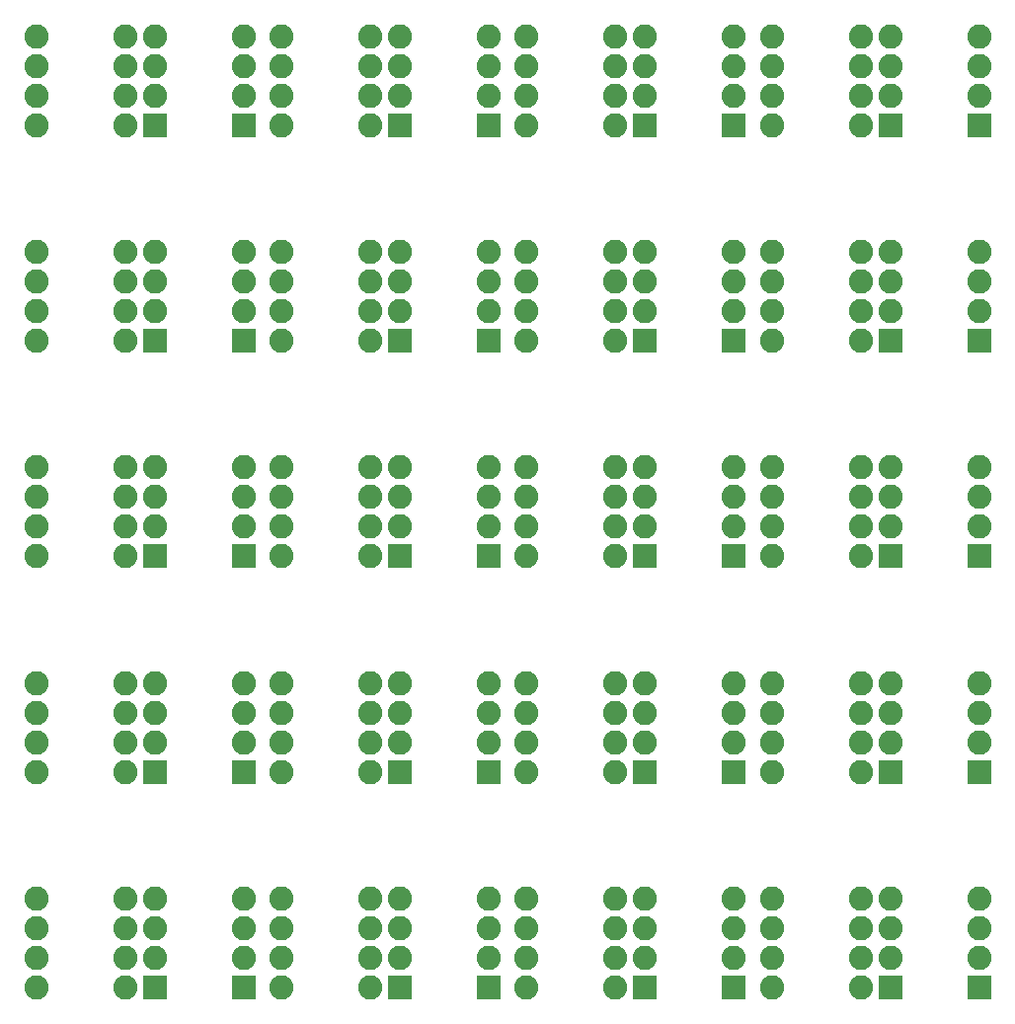
<source format=gts>
G75*
%MOIN*%
%OFA0B0*%
%FSLAX24Y24*%
%IPPOS*%
%LPD*%
%AMOC8*
5,1,8,0,0,1.08239X$1,22.5*
%
%ADD10C,0.0820*%
%ADD11R,0.0820X0.0820*%
D10*
X002180Y002200D03*
X002180Y003200D03*
X002180Y004200D03*
X002180Y005200D03*
X005180Y005200D03*
X006180Y005200D03*
X006180Y004200D03*
X006180Y003200D03*
X005180Y003200D03*
X005180Y002200D03*
X005180Y004200D03*
X009180Y004200D03*
X009180Y003200D03*
X010455Y003200D03*
X010455Y002200D03*
X010455Y004200D03*
X010455Y005200D03*
X009180Y005200D03*
X010455Y009476D03*
X010455Y010476D03*
X010455Y011476D03*
X010455Y012476D03*
X009180Y012476D03*
X009180Y011476D03*
X009180Y010476D03*
X006180Y010476D03*
X006180Y011476D03*
X006180Y012476D03*
X005180Y012476D03*
X005180Y011476D03*
X005180Y010476D03*
X005180Y009476D03*
X002180Y009476D03*
X002180Y010476D03*
X002180Y011476D03*
X002180Y012476D03*
X002180Y016751D03*
X002180Y017751D03*
X002180Y018751D03*
X002180Y019751D03*
X005180Y019751D03*
X006180Y019751D03*
X006180Y018751D03*
X006180Y017751D03*
X005180Y017751D03*
X005180Y016751D03*
X005180Y018751D03*
X009180Y018751D03*
X009180Y017751D03*
X010455Y017751D03*
X010455Y016751D03*
X010455Y018751D03*
X010455Y019751D03*
X009180Y019751D03*
X010455Y024027D03*
X010455Y025027D03*
X010455Y026027D03*
X010455Y027027D03*
X009180Y027027D03*
X009180Y026027D03*
X009180Y025027D03*
X006180Y025027D03*
X006180Y026027D03*
X006180Y027027D03*
X005180Y027027D03*
X005180Y026027D03*
X005180Y025027D03*
X005180Y024027D03*
X002180Y024027D03*
X002180Y025027D03*
X002180Y026027D03*
X002180Y027027D03*
X002180Y031302D03*
X002180Y032302D03*
X002180Y033302D03*
X002180Y034302D03*
X005180Y034302D03*
X005180Y033302D03*
X005180Y032302D03*
X005180Y031302D03*
X006180Y032302D03*
X006180Y033302D03*
X006180Y034302D03*
X009180Y034302D03*
X009180Y033302D03*
X009180Y032302D03*
X010455Y032302D03*
X010455Y031302D03*
X010455Y033302D03*
X010455Y034302D03*
X013455Y034302D03*
X014455Y034302D03*
X014455Y033302D03*
X013455Y033302D03*
X013455Y032302D03*
X014455Y032302D03*
X013455Y031302D03*
X017455Y032302D03*
X017455Y033302D03*
X017455Y034302D03*
X018731Y034302D03*
X018731Y033302D03*
X018731Y032302D03*
X018731Y031302D03*
X021731Y031302D03*
X021731Y032302D03*
X022731Y032302D03*
X022731Y033302D03*
X021731Y033302D03*
X021731Y034302D03*
X022731Y034302D03*
X025731Y034302D03*
X025731Y033302D03*
X025731Y032302D03*
X027007Y032302D03*
X027007Y031302D03*
X027007Y033302D03*
X027007Y034302D03*
X030007Y034302D03*
X031007Y034302D03*
X031007Y033302D03*
X031007Y032302D03*
X030007Y032302D03*
X030007Y031302D03*
X030007Y033302D03*
X034007Y033302D03*
X034007Y032302D03*
X034007Y034302D03*
X034007Y027027D03*
X034007Y026027D03*
X034007Y025027D03*
X031007Y025027D03*
X031007Y026027D03*
X031007Y027027D03*
X030007Y027027D03*
X030007Y026027D03*
X030007Y025027D03*
X030007Y024027D03*
X027007Y024027D03*
X027007Y025027D03*
X027007Y026027D03*
X027007Y027027D03*
X025731Y027027D03*
X025731Y026027D03*
X025731Y025027D03*
X022731Y025027D03*
X021731Y025027D03*
X021731Y026027D03*
X022731Y026027D03*
X022731Y027027D03*
X021731Y027027D03*
X018731Y027027D03*
X018731Y026027D03*
X018731Y025027D03*
X018731Y024027D03*
X017455Y025027D03*
X017455Y026027D03*
X017455Y027027D03*
X014455Y027027D03*
X013455Y027027D03*
X013455Y026027D03*
X014455Y026027D03*
X014455Y025027D03*
X013455Y025027D03*
X013455Y024027D03*
X013455Y019751D03*
X014455Y019751D03*
X014455Y018751D03*
X013455Y018751D03*
X013455Y017751D03*
X014455Y017751D03*
X013455Y016751D03*
X017455Y017751D03*
X017455Y018751D03*
X017455Y019751D03*
X018731Y019751D03*
X018731Y018751D03*
X018731Y017751D03*
X018731Y016751D03*
X021731Y016751D03*
X021731Y017751D03*
X022731Y017751D03*
X022731Y018751D03*
X021731Y018751D03*
X021731Y019751D03*
X022731Y019751D03*
X025731Y019751D03*
X025731Y018751D03*
X025731Y017751D03*
X027007Y017751D03*
X027007Y016751D03*
X027007Y018751D03*
X027007Y019751D03*
X030007Y019751D03*
X031007Y019751D03*
X031007Y018751D03*
X031007Y017751D03*
X030007Y017751D03*
X030007Y016751D03*
X030007Y018751D03*
X034007Y018751D03*
X034007Y017751D03*
X034007Y019751D03*
X034007Y012476D03*
X034007Y011476D03*
X034007Y010476D03*
X031007Y010476D03*
X031007Y011476D03*
X031007Y012476D03*
X030007Y012476D03*
X030007Y011476D03*
X030007Y010476D03*
X030007Y009476D03*
X027007Y009476D03*
X027007Y010476D03*
X027007Y011476D03*
X027007Y012476D03*
X025731Y012476D03*
X025731Y011476D03*
X025731Y010476D03*
X022731Y010476D03*
X021731Y010476D03*
X021731Y011476D03*
X022731Y011476D03*
X022731Y012476D03*
X021731Y012476D03*
X018731Y012476D03*
X018731Y011476D03*
X018731Y010476D03*
X018731Y009476D03*
X017455Y010476D03*
X017455Y011476D03*
X017455Y012476D03*
X014455Y012476D03*
X013455Y012476D03*
X013455Y011476D03*
X014455Y011476D03*
X014455Y010476D03*
X013455Y010476D03*
X013455Y009476D03*
X013455Y005200D03*
X014455Y005200D03*
X014455Y004200D03*
X013455Y004200D03*
X013455Y003200D03*
X013455Y002200D03*
X014455Y003200D03*
X017455Y003200D03*
X017455Y004200D03*
X017455Y005200D03*
X018731Y005200D03*
X018731Y004200D03*
X018731Y003200D03*
X018731Y002200D03*
X021731Y002200D03*
X021731Y003200D03*
X022731Y003200D03*
X022731Y004200D03*
X021731Y004200D03*
X021731Y005200D03*
X022731Y005200D03*
X025731Y005200D03*
X025731Y004200D03*
X025731Y003200D03*
X027007Y003200D03*
X027007Y002200D03*
X027007Y004200D03*
X027007Y005200D03*
X030007Y005200D03*
X031007Y005200D03*
X031007Y004200D03*
X031007Y003200D03*
X030007Y003200D03*
X030007Y002200D03*
X030007Y004200D03*
X034007Y004200D03*
X034007Y003200D03*
X034007Y005200D03*
X021731Y009476D03*
X021731Y024027D03*
D11*
X022731Y024027D03*
X025731Y024027D03*
X031007Y024027D03*
X034007Y024027D03*
X034007Y031302D03*
X031007Y031302D03*
X025731Y031302D03*
X022731Y031302D03*
X017455Y031302D03*
X014455Y031302D03*
X009180Y031302D03*
X006180Y031302D03*
X006180Y024027D03*
X009180Y024027D03*
X014455Y024027D03*
X017455Y024027D03*
X017455Y016751D03*
X014455Y016751D03*
X009180Y016751D03*
X006180Y016751D03*
X006180Y009476D03*
X009180Y009476D03*
X014455Y009476D03*
X017455Y009476D03*
X022731Y009476D03*
X025731Y009476D03*
X031007Y009476D03*
X034007Y009476D03*
X034007Y002200D03*
X031007Y002200D03*
X025731Y002200D03*
X022731Y002200D03*
X017455Y002200D03*
X014455Y002200D03*
X009180Y002200D03*
X006180Y002200D03*
X022731Y016751D03*
X025731Y016751D03*
X031007Y016751D03*
X034007Y016751D03*
M02*

</source>
